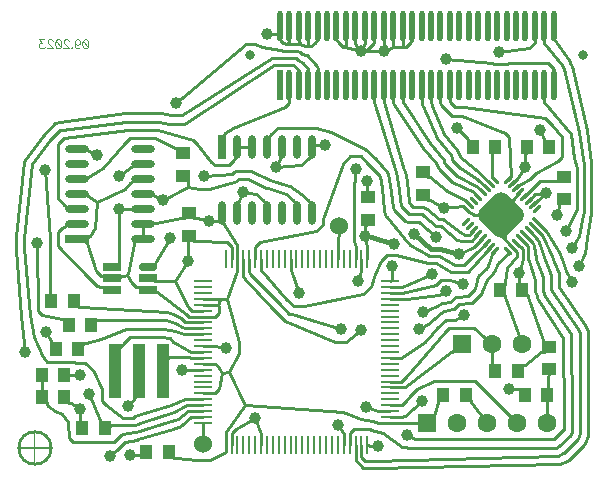
<source format=gbl>
G04 Rezonit PCAD EXPORT*
G04 layer position = 1*
G04 layer base position = 1*
G04 layer type = 3*
G04 layer flash color = 0*
G04 layer line color = 1*
G04*
G04  File:            M_RPL_9092_R1.GBL, Thu Sep 14 14:30:09 2023*
G04  Source:          P-CAD 2006 PCB, Version 19.02.958, (S:\Ïðîåêòû\GIT\R_DX_DXE_âçðûâîçàùèùåííûé_ïóëüò\Pcb\Pcad\M_Rpl_9092_r1.pcb)*
G04  Format:          Gerber Format (RS-274-D), ASCII*
G04*
G04  Format Options:  Absolute Positioning*
G04                   Leading-Zero Suppression*
G04                   Scale Factor 1:1*
G04                   NO Circular Interpolation*
G04                   Millimeter Units*
G04                   Numeric Format: 4.4 (XXXX.XXXX)*
G04                   G54 NOT Used for Aperture Change*
G04                   Apertures Embedded*
G04*
G04  File Options:    Offset = (0.000mm,0.000mm)*
G04                   Drill Symbol Size = 0.000mm*
G04                   No Pad/Via Holes*
G04*
G04  File Contents:   Pads*
G04                   Vias*
G04                   No Designators*
G04                   No Types*
G04                   No Values*
G04                   No Drill Symbols*
G04                   Bottom*
G04*
%INM_RPL_9092_R1.GBL*%
%ICAS*%
%MOMM*%
G04*
G04  Aperture MACROs for general use --- invoked via D-code assignment *
G04*
G04  General MACRO for flashed round with rotation and/or offset hole *
%AMROTOFFROUND*
1,1,$1,0.0000,0.0000*
1,0,$2,$3,$4*%
G04*
G04  General MACRO for flashed oval (obround) with rotation and/or offset hole *
%AMROTOFFOVAL*
21,1,$1,$2,0.0000,0.0000,$3*
1,1,$4,$5,$6*
1,1,$4,0-$5,0-$6*
1,0,$7,$8,$9*%
G04*
G04  General MACRO for flashed oval (obround) with rotation and no hole *
%AMROTOVALNOHOLE*
21,1,$1,$2,0.0000,0.0000,$3*
1,1,$4,$5,$6*
1,1,$4,0-$5,0-$6*%
G04*
G04  General MACRO for flashed rectangle with rotation and/or offset hole *
%AMROTOFFRECT*
21,1,$1,$2,0.0000,0.0000,$3*
1,0,$4,$5,$6*%
G04*
G04  General MACRO for flashed rectangle with rotation and no hole *
%AMROTRECTNOHOLE*
21,1,$1,$2,0.0000,0.0000,$3*%
G04*
G04  General MACRO for flashed rounded-rectangle *
%AMROUNDRECT*
21,1,$1,$2-$4,0.0000,0.0000,$3*
21,1,$1-$4,$2,0.0000,0.0000,$3*
1,1,$4,$5,$6*
1,1,$4,$7,$8*
1,1,$4,0-$5,0-$6*
1,1,$4,0-$7,0-$8*
1,0,$9,$10,$11*%
G04*
G04  General MACRO for flashed rounded-rectangle with rotation and no hole *
%AMROUNDRECTNOHOLE*
21,1,$1,$2-$4,0.0000,0.0000,$3*
21,1,$1-$4,$2,0.0000,0.0000,$3*
1,1,$4,$5,$6*
1,1,$4,$7,$8*
1,1,$4,0-$5,0-$6*
1,1,$4,0-$7,0-$8*%
G04*
G04  General MACRO for flashed regular polygon *
%AMREGPOLY*
5,1,$1,0.0000,0.0000,$2,$3+$4*
1,0,$5,$6,$7*%
G04*
G04  General MACRO for flashed regular polygon with no hole *
%AMREGPOLYNOHOLE*
5,1,$1,0.0000,0.0000,$2,$3+$4*%
G04*
G04  General MACRO for target *
%AMTARGET*
6,0,0,$1,$2,$3,4,$4,$5,$6*%
G04*
G04  General MACRO for mounting hole *
%AMMTHOLE*
1,1,$1,0,0*
1,0,$2,0,0*
$1=$1-$2*
$1=$1/2*
21,1,$2+$1,$3,0,0,$4*
21,1,$3,$2+$1,0,0,$4*%
G04*
G04*
G04  D10 : "Ellipse X0.001mm Y0.001mm H0.000mm 0.0deg (0.000mm,0.000mm) Draw"*
G04  Disc: OuterDia=0.0010*
%ADD10C, 0.0010*%
G04  D11 : "Ellipse X0.254mm Y0.254mm H0.000mm 0.0deg (0.000mm,0.000mm) Draw"*
G04  Disc: OuterDia=0.2540*
%ADD11C, 0.2540*%
G04  D12 : "Ellipse X0.381mm Y0.381mm H0.000mm 0.0deg (0.000mm,0.000mm) Draw"*
G04  Disc: OuterDia=0.3810*
%ADD12C, 0.3810*%
G04  D13 : "Ellipse X0.400mm Y0.400mm H0.000mm 0.0deg (0.000mm,0.000mm) Draw"*
G04  Disc: OuterDia=0.4000*
%ADD13C, 0.4000*%
G04  D14 : "Ellipse X0.100mm Y0.100mm H0.000mm 0.0deg (0.000mm,0.000mm) Draw"*
G04  Disc: OuterDia=0.1000*
%ADD14C, 0.1000*%
G04  D15 : "Ellipse X1.000mm Y1.000mm H0.000mm 0.0deg (0.000mm,0.000mm) Draw"*
G04  Disc: OuterDia=1.0000*
%ADD15C, 1.0000*%
G04  D16 : "Ellipse X0.127mm Y0.127mm H0.000mm 0.0deg (0.000mm,0.000mm) Draw"*
G04  Disc: OuterDia=0.1270*
%ADD16C, 0.1270*%
G04  D17 : "Ellipse X0.150mm Y0.150mm H0.000mm 0.0deg (0.000mm,0.000mm) Draw"*
G04  Disc: OuterDia=0.1500*
%ADD17C, 0.1500*%
G04  D18 : "Ellipse X0.154mm Y0.154mm H0.000mm 0.0deg (0.000mm,0.000mm) Draw"*
G04  Disc: OuterDia=0.1540*
%ADD18C, 0.1540*%
G04  D19 : "Ellipse X0.200mm Y0.200mm H0.000mm 0.0deg (0.000mm,0.000mm) Draw"*
G04  Disc: OuterDia=0.2000*
%ADD19C, 0.2000*%
G04  D20 : "Ellipse X0.250mm Y0.250mm H0.000mm 0.0deg (0.000mm,0.000mm) Draw"*
G04  Disc: OuterDia=0.2500*
%ADD20C, 0.2500*%
G04  D21 : "Ellipse X3.152mm Y3.152mm H0.000mm 0.0deg (0.000mm,0.000mm) Flash"*
G04  Disc: OuterDia=3.1520*
%ADD21C, 3.1520*%
G04  D22 : "Ellipse X0.952mm Y0.952mm H0.000mm 0.0deg (0.000mm,0.000mm) Flash"*
G04  Disc: OuterDia=0.9520*
%ADD22C, 0.9520*%
G04  D23 : "Ellipse X1.524mm Y1.524mm H0.000mm 0.0deg (0.000mm,0.000mm) Flash"*
G04  Disc: OuterDia=1.5240*
%ADD23C, 1.5240*%
G04  D24 : "Ellipse X1.600mm Y1.600mm H0.000mm 0.0deg (0.000mm,0.000mm) Flash"*
G04  Disc: OuterDia=1.6000*
%ADD24C, 1.6000*%
G04  D25 : "Ellipse X1.676mm Y1.676mm H0.000mm 0.0deg (0.000mm,0.000mm) Flash"*
G04  Disc: OuterDia=1.6760*
%ADD25C, 1.6760*%
G04  D26 : "Ellipse X1.752mm Y1.752mm H0.000mm 0.0deg (0.000mm,0.000mm) Flash"*
G04  Disc: OuterDia=1.7520*
%ADD26C, 1.7520*%
G04  D27 : "Mounting Hole X3.000mm Y3.000mm H0.000mm 0.0deg (0.000mm,0.000mm) Flash"*
G04  Mounting Hole: Diameter=3.0000, Rotation=0.0, LineWidth=0.1270 *
%ADD27MTHOLE, 3.0000 X2.4920 X0.1270 X0.0*%
G04  D28 : "Mounting Hole X0.800mm Y0.800mm H0.000mm 0.0deg (0.000mm,0.000mm) Flash"*
G04  Mounting Hole: Diameter=0.8000, Rotation=0.0, LineWidth=0.1270 *
%ADD28MTHOLE, 0.8000 X0.2920 X0.1270 X0.0*%
G04  D29 : "Oval X0.500mm Y2.600mm H0.000mm 0.0deg (0.000mm,0.000mm) Flash"*
G04  Obround: DimX=0.5000, DimY=2.6000, Rotation=0.0, OffsetX=0.0000, OffsetY=0.0000, HoleDia=0.0000 *
%ADD29O, 0.5000 X2.6000*%
G04  D30 : "Oval X0.652mm Y2.752mm H0.000mm 0.0deg (0.000mm,0.000mm) Flash"*
G04  Obround: DimX=0.6520, DimY=2.7520, Rotation=0.0, OffsetX=0.0000, OffsetY=0.0000, HoleDia=0.0000 *
%ADD30O, 0.6520 X2.7520*%
G04  D31 : "Oval X0.280mm Y1.000mm H0.000mm 135.0deg (0.000mm,0.000mm) Flash"*
G04  Obround: DimX=0.2800, DimY=1.0000, Rotation=135.0, OffsetX=0.0000, OffsetY=0.0000, HoleDia=0.0000 *
%ADD31ROTOVALNOHOLE, 0.2800 X0.7200 X135.0 X0.2800 X0.2546 X0.2546*%
G04  D32 : "Oval X0.280mm Y1.000mm H0.000mm 225.0deg (0.000mm,0.000mm) Flash"*
G04  Obround: DimX=0.2800, DimY=1.0000, Rotation=225.0, OffsetX=0.0000, OffsetY=0.0000, HoleDia=0.0000 *
%ADD32ROTOVALNOHOLE, 0.2800 X0.7200 X225.0 X0.2800 X-0.2546 X0.2546*%
G04  D33 : "Oval X0.432mm Y1.152mm H0.000mm 135.0deg (0.000mm,0.000mm) Flash"*
G04  Obround: DimX=0.4320, DimY=1.1520, Rotation=135.0, OffsetX=0.0000, OffsetY=0.0000, HoleDia=0.0000 *
%ADD33ROTOVALNOHOLE, 0.4320 X0.7200 X135.0 X0.4320 X0.2546 X0.2546*%
G04  D34 : "Oval X0.432mm Y1.152mm H0.000mm 225.0deg (0.000mm,0.000mm) Flash"*
G04  Obround: DimX=0.4320, DimY=1.1520, Rotation=225.0, OffsetX=0.0000, OffsetY=0.0000, HoleDia=0.0000 *
%ADD34ROTOVALNOHOLE, 0.4320 X0.7200 X225.0 X0.4320 X-0.2546 X0.2546*%
G04  D35 : "Oval X2.032mm Y0.660mm H0.000mm 0.0deg (0.000mm,0.000mm) Flash"*
G04  Obround: DimX=2.0320, DimY=0.6604, Rotation=0.0, OffsetX=0.0000, OffsetY=0.0000, HoleDia=0.0000 *
%ADD35O, 2.0320 X0.6604*%
G04  D36 : "Oval X0.660mm Y2.032mm H0.000mm 0.0deg (0.000mm,0.000mm) Flash"*
G04  Obround: DimX=0.6604, DimY=2.0320, Rotation=0.0, OffsetX=0.0000, OffsetY=0.0000, HoleDia=0.0000 *
%ADD36O, 0.6604 X2.0320*%
G04  D37 : "Oval X2.184mm Y0.812mm H0.000mm 0.0deg (0.000mm,0.000mm) Flash"*
G04  Obround: DimX=2.1840, DimY=0.8124, Rotation=0.0, OffsetX=0.0000, OffsetY=0.0000, HoleDia=0.0000 *
%ADD37O, 2.1840 X0.8124*%
G04  D38 : "Oval X0.812mm Y2.184mm H0.000mm 0.0deg (0.000mm,0.000mm) Flash"*
G04  Obround: DimX=0.8124, DimY=2.1840, Rotation=0.0, OffsetX=0.0000, OffsetY=0.0000, HoleDia=0.0000 *
%ADD38O, 0.8124 X2.1840*%
G04  D39 : "Rounded Rectangle X3.200mm Y3.200mm H0.000mm 225.0deg (0.000mm,0.000mm) Flash"*
G04  RoundRct: DimX=3.2000, DimY=3.2000, CornerRad=0.8000, Rotation=225.0, OffsetX=0.0000, OffsetY=0.0000, HoleDia=0.0000 *
%ADD39ROUNDRECTNOHOLE, 3.2000 X3.2000 X225.0 X1.6000 X0.0000 X1.1314 X1.1314 X-0.0000*%
G04  D40 : "Rounded Rectangle X3.352mm Y3.352mm H0.000mm 225.0deg (0.000mm,0.000mm) Flash"*
G04  RoundRct: DimX=3.3520, DimY=3.3520, CornerRad=0.8380, Rotation=225.0, OffsetX=0.0000, OffsetY=0.0000, HoleDia=0.0000 *
%ADD40ROUNDRECTNOHOLE, 3.3520 X3.3520 X225.0 X1.6760 X0.0000 X1.1851 X1.1851 X-0.0000*%
G04  D41 : "Rounded Rectangle X1.500mm Y0.660mm H0.000mm 0.0deg (0.000mm,0.000mm) Flash"*
G04  RoundRct: DimX=1.5000, DimY=0.6604, CornerRad=0.1651, Rotation=0.0, OffsetX=0.0000, OffsetY=0.0000, HoleDia=0.0000 *
%ADD41ROUNDRECTNOHOLE, 1.5000 X0.6604 X0.0 X0.3302 X-0.5849 X-0.1651 X-0.5849 X0.1651*%
G04  D42 : "Rounded Rectangle X1.652mm Y0.812mm H0.000mm 0.0deg (0.000mm,0.000mm) Flash"*
G04  RoundRct: DimX=1.6520, DimY=0.8124, CornerRad=0.2031, Rotation=0.0, OffsetX=0.0000, OffsetY=0.0000, HoleDia=0.0000 *
%ADD42ROUNDRECTNOHOLE, 1.6520 X0.8124 X0.0 X0.4062 X-0.6229 X-0.2031 X-0.6229 X0.2031*%
G04  D43 : "Rectangle X0.500mm Y2.600mm H0.000mm 0.0deg (0.000mm,0.000mm) Flash"*
G04  Rectangular: DimX=0.5000, DimY=2.6000, Rotation=0.0, OffsetX=0.0000, OffsetY=0.0000, HoleDia=0.0000 *
%ADD43R, 0.5000 X2.6000*%
G04  D44 : "Rectangle X0.652mm Y2.752mm H0.000mm 0.0deg (0.000mm,0.000mm) Flash"*
G04  Rectangular: DimX=0.6520, DimY=2.7520, Rotation=0.0, OffsetX=0.0000, OffsetY=0.0000, HoleDia=0.0000 *
%ADD44R, 0.6520 X2.7520*%
G04  D45 : "Rectangle X0.280mm Y1.000mm H0.000mm 225.0deg (0.000mm,0.000mm) Flash"*
G04  Rectangular: DimX=0.2800, DimY=1.0000, Rotation=225.0, OffsetX=0.0000, OffsetY=0.0000, HoleDia=0.0000 *
%ADD45ROTRECTNOHOLE, 0.2800 X1.0000 X225.0*%
G04  D46 : "Rectangle X2.150mm Y3.500mm H0.000mm 0.0deg (0.000mm,0.000mm) Flash"*
G04  Rectangular: DimX=2.1500, DimY=3.5000, Rotation=0.0, OffsetX=0.0000, OffsetY=0.0000, HoleDia=0.0000 *
%ADD46R, 2.1500 X3.5000*%
G04  D47 : "Rectangle X2.302mm Y3.652mm H0.000mm 0.0deg (0.000mm,0.000mm) Flash"*
G04  Rectangular: DimX=2.3020, DimY=3.6520, Rotation=0.0, OffsetX=0.0000, OffsetY=0.0000, HoleDia=0.0000 *
%ADD47R, 2.3020 X3.6520*%
G04  D48 : "Rectangle X0.402mm Y1.752mm H0.000mm 0.0deg (0.000mm,0.000mm) Flash"*
G04  Rectangular: DimX=0.4020, DimY=1.7520, Rotation=0.0, OffsetX=0.0000, OffsetY=0.0000, HoleDia=0.0000 *
%ADD48R, 0.4020 X1.7520*%
G04  D49 : "Rectangle X1.752mm Y0.402mm H0.000mm 0.0deg (0.000mm,0.000mm) Flash"*
G04  Rectangular: DimX=1.7520, DimY=0.4020, Rotation=0.0, OffsetX=0.0000, OffsetY=0.0000, HoleDia=0.0000 *
%ADD49R, 1.7520 X0.4020*%
G04  D50 : "Rectangle X0.432mm Y1.152mm H0.000mm 225.0deg (0.000mm,0.000mm) Flash"*
G04  Rectangular: DimX=0.4320, DimY=1.1520, Rotation=225.0, OffsetX=0.0000, OffsetY=0.0000, HoleDia=0.0000 *
%ADD50ROTRECTNOHOLE, 0.4320 X1.1520 X225.0*%
G04  D51 : "Rectangle X1.100mm Y4.600mm H0.000mm 0.0deg (0.000mm,0.000mm) Flash"*
G04  Rectangular: DimX=1.1000, DimY=4.6000, Rotation=0.0, OffsetX=0.0000, OffsetY=0.0000, HoleDia=0.0000 *
%ADD51R, 1.1000 X4.6000*%
G04  D52 : "Rectangle X1.252mm Y4.752mm H0.000mm 0.0deg (0.000mm,0.000mm) Flash"*
G04  Rectangular: DimX=1.2520, DimY=4.7520, Rotation=0.0, OffsetX=0.0000, OffsetY=0.0000, HoleDia=0.0000 *
%ADD52R, 1.2520 X4.7520*%
G04  D53 : "Rectangle X1.100mm Y1.200mm H0.000mm 0.0deg (0.000mm,0.000mm) Flash"*
G04  Rectangular: DimX=1.1000, DimY=1.2000, Rotation=0.0, OffsetX=0.0000, OffsetY=0.0000, HoleDia=0.0000 *
%ADD53R, 1.1000 X1.2000*%
G04  D54 : "Rectangle X1.200mm Y1.100mm H0.000mm 0.0deg (0.000mm,0.000mm) Flash"*
G04  Rectangular: DimX=1.2000, DimY=1.1000, Rotation=0.0, OffsetX=0.0000, OffsetY=0.0000, HoleDia=0.0000 *
%ADD54R, 1.2000 X1.1000*%
G04  D55 : "Rectangle X2.150mm Y1.100mm H0.000mm 0.0deg (0.000mm,0.000mm) Flash"*
G04  Rectangular: DimX=2.1500, DimY=1.1000, Rotation=0.0, OffsetX=0.0000, OffsetY=0.0000, HoleDia=0.0000 *
%ADD55R, 2.1500 X1.1000*%
G04  D56 : "Rectangle X2.150mm Y1.100mm H0.000mm 0.0deg (0.000mm,0.000mm) Flash"*
G04  Rectangular: DimX=2.1500, DimY=1.1000, Rotation=0.0, OffsetX=0.0000, OffsetY=0.0000, HoleDia=0.0000 *
%ADD56R, 2.1500 X1.1000*%
G04  D57 : "Rectangle X1.200mm Y1.200mm H0.000mm 0.0deg (0.000mm,0.000mm) Flash"*
G04  Square: Side=1.2000, Rotation=0.0, OffsetX=0.0000, OffsetY=0.0000, HoleDia=0.0000*
%ADD57R, 1.2000 X1.2000*%
G04  D58 : "Rectangle X1.252mm Y1.352mm H0.000mm 0.0deg (0.000mm,0.000mm) Flash"*
G04  Rectangular: DimX=1.2520, DimY=1.3520, Rotation=0.0, OffsetX=0.0000, OffsetY=0.0000, HoleDia=0.0000 *
%ADD58R, 1.2520 X1.3520*%
G04  D59 : "Rectangle X1.352mm Y1.252mm H0.000mm 0.0deg (0.000mm,0.000mm) Flash"*
G04  Rectangular: DimX=1.3520, DimY=1.2520, Rotation=0.0, OffsetX=0.0000, OffsetY=0.0000, HoleDia=0.0000 *
%ADD59R, 1.3520 X1.2520*%
G04  D60 : "Rectangle X2.302mm Y1.252mm H0.000mm 0.0deg (0.000mm,0.000mm) Flash"*
G04  Rectangular: DimX=2.3020, DimY=1.2520, Rotation=0.0, OffsetX=0.0000, OffsetY=0.0000, HoleDia=0.0000 *
%ADD60R, 2.3020 X1.2520*%
G04  D61 : "Rectangle X2.302mm Y1.252mm H0.000mm 0.0deg (0.000mm,0.000mm) Flash"*
G04  Rectangular: DimX=2.3020, DimY=1.2520, Rotation=0.0, OffsetX=0.0000, OffsetY=0.0000, HoleDia=0.0000 *
%ADD61R, 2.3020 X1.2520*%
G04  D62 : "Rectangle X1.352mm Y1.352mm H0.000mm 0.0deg (0.000mm,0.000mm) Flash"*
G04  Square: Side=1.3520, Rotation=0.0, OffsetX=0.0000, OffsetY=0.0000, HoleDia=0.0000*
%ADD62R, 1.3520 X1.3520*%
G04  D63 : "Rectangle X1.500mm Y0.660mm H0.000mm 0.0deg (0.000mm,0.000mm) Flash"*
G04  Rectangular: DimX=1.5000, DimY=0.6604, Rotation=0.0, OffsetX=0.0000, OffsetY=0.0000, HoleDia=0.0000 *
%ADD63R, 1.5000 X0.6604*%
G04  D64 : "Rectangle X1.600mm Y1.600mm H0.000mm 0.0deg (0.000mm,0.000mm) Flash"*
G04  Square: Side=1.6000, Rotation=0.0, OffsetX=0.0000, OffsetY=0.0000, HoleDia=0.0000*
%ADD64R, 1.6000 X1.6000*%
G04  D65 : "Rectangle X1.652mm Y0.812mm H0.000mm 0.0deg (0.000mm,0.000mm) Flash"*
G04  Rectangular: DimX=1.6520, DimY=0.8124, Rotation=0.0, OffsetX=0.0000, OffsetY=0.0000, HoleDia=0.0000 *
%ADD65R, 1.6520 X0.8124*%
G04  D66 : "Rectangle X1.752mm Y1.752mm H0.000mm 0.0deg (0.000mm,0.000mm) Flash"*
G04  Square: Side=1.7520, Rotation=0.0, OffsetX=0.0000, OffsetY=0.0000, HoleDia=0.0000*
%ADD66R, 1.7520 X1.7520*%
G04  D67 : "Rectangle X2.032mm Y0.660mm H0.000mm 0.0deg (0.000mm,0.000mm) Flash"*
G04  Rectangular: DimX=2.0320, DimY=0.6604, Rotation=0.0, OffsetX=0.0000, OffsetY=0.0000, HoleDia=0.0000 *
%ADD67R, 2.0320 X0.6604*%
G04  D68 : "Rectangle X0.660mm Y2.032mm H0.000mm 0.0deg (0.000mm,0.000mm) Flash"*
G04  Rectangular: DimX=0.6604, DimY=2.0320, Rotation=0.0, OffsetX=0.0000, OffsetY=0.0000, HoleDia=0.0000 *
%ADD68R, 0.6604 X2.0320*%
G04  D69 : "Rectangle X2.184mm Y0.812mm H0.000mm 0.0deg (0.000mm,0.000mm) Flash"*
G04  Rectangular: DimX=2.1840, DimY=0.8124, Rotation=0.0, OffsetX=0.0000, OffsetY=0.0000, HoleDia=0.0000 *
%ADD69R, 2.1840 X0.8124*%
G04  D70 : "Rectangle X0.812mm Y2.184mm H0.000mm 0.0deg (0.000mm,0.000mm) Flash"*
G04  Rectangular: DimX=0.8124, DimY=2.1840, Rotation=0.0, OffsetX=0.0000, OffsetY=0.0000, HoleDia=0.0000 *
%ADD70R, 0.8124 X2.1840*%
G04  D71 : "Rectangle X1.600mm Y2.200mm H0.000mm 0.0deg (0.000mm,0.000mm) Flash"*
G04  Rectangular: DimX=1.6000, DimY=2.2000, Rotation=0.0, OffsetX=0.0000, OffsetY=0.0000, HoleDia=0.0000 *
%ADD71R, 1.6000 X2.2000*%
G04  D72 : "Rectangle X0.250mm Y1.600mm H0.000mm 0.0deg (0.000mm,0.000mm) Flash"*
G04  Rectangular: DimX=0.2500, DimY=1.6000, Rotation=0.0, OffsetX=0.0000, OffsetY=0.0000, HoleDia=0.0000 *
%ADD72R, 0.2500 X1.6000*%
G04  D73 : "Rectangle X1.600mm Y0.250mm H0.000mm 0.0deg (0.000mm,0.000mm) Flash"*
G04  Rectangular: DimX=1.6000, DimY=0.2500, Rotation=0.0, OffsetX=0.0000, OffsetY=0.0000, HoleDia=0.0000 *
%ADD73R, 1.6000 X0.2500*%
G04  D74 : "Rectangle X1.800mm Y2.400mm H0.000mm 0.0deg (0.000mm,0.000mm) Flash"*
G04  Rectangular: DimX=1.8000, DimY=2.4000, Rotation=0.0, OffsetX=0.0000, OffsetY=0.0000, HoleDia=0.0000 *
%ADD74R, 1.8000 X2.4000*%
G04  D75 : "Ellipse X1.000mm Y1.000mm H0.000mm 0.0deg (0.000mm,0.000mm) Flash"*
G04  Disc: OuterDia=1.0000*
%ADD75C, 1.0000*%
G04  D76 : "Ellipse X1.152mm Y1.152mm H0.000mm 0.0deg (0.000mm,0.000mm) Flash"*
G04  Disc: OuterDia=1.1520*
%ADD76C, 1.1520*%
G04*
%FSLAX44Y44*%
%SFA1B1*%
%OFA0.000B0.000*%
G04*
G71*
G90*
G01*
D2*
%LNBottom*%
D20*
X6691583Y10187115*
X6684543Y10192250D1*
X6684025*
X6682775*
X6678525Y10197000*
X6693794Y10171044D2*
X6691583Y10175794D1*
Y10177044*
Y10187115*
X6682000Y10176000D2*
X6677000Y10183000D1*
X6670643Y10185250*
X6664507Y10189750*
X6663775Y10190482*
Y10191000*
X6685912Y10159294D2*
X6682544Y10162662D1*
X6682000Y10176000*
X6663775Y10191000D2*
Y10192750D1*
X6659525Y10197000*
Y10203000D2*
Y10197000D1*
X6667225Y10244000D2*
Y10244518D1*
X6663467Y10252387*
X6642225Y10265316D2*
X6645000Y10235000D1*
X6649225Y10266719D2*
X6652717Y10247934D1*
X6660225Y10230868*
X6660975Y10229929*
X6663904Y10227000*
X6686096*
X6689705Y10226250*
X6696478*
X6702775Y10219953*
X6696493Y10242750D2*
X6695975D1*
X6676975Y10262750D2*
X6676457D1*
X6659593Y10266250*
X6656225Y10269618*
X6692025Y10215500D2*
X6684025D1*
X6692493Y10273250D2*
X6691975D1*
X6667225Y10244000D2*
Y10242250D1*
X6671475Y10238000*
X6695975Y10242750D2*
X6695225D1*
X6690475Y10238000*
X6676975Y10262750D2*
X6677725D1*
X6682475Y10258000*
X6666090Y10284000D2*
X6667475Y10282615D1*
Y10278000*
X6684025Y10215500D2*
X6683525Y10216000D1*
X6678525*
X6691975Y10273250D2*
X6691225D1*
X6686475Y10278000*
X6637590Y10333787D2*
Y10321213D1*
X6644590Y10331953D2*
Y10323047D1*
X6699160Y10333052D2*
X6699678D1*
X6700410Y10333784*
X6697910Y10327180D2*
Y10327698D1*
X6678393Y10360048D2*
X6682142Y10356400D1*
Y10343700D2*
X6676458Y10340052D1*
X6673090Y10336684*
Y10325316D2*
X6698750Y10298417D1*
X6673090Y10325316D2*
Y10336684D1*
X6682142Y10343700D2*
X6689000D1*
X6682142Y10356400D2*
X6689000D1*
X6699160Y10333052D2*
X6697108Y10331000D1*
X6689000*
X6697910Y10327698D2*
X6694608Y10331000D1*
X6689000*
Y10407200D2*
X6695858D1*
X6674801Y10430252D2*
X6671003Y10428679D1*
X6660663Y10418339*
X6645356Y10397691*
X6644590Y10395843*
X6676193Y10423252D2*
X6674969Y10422745D1*
X6666597Y10414373*
X6651590Y10394009*
X6678393Y10416252D2*
X6673090Y10410949D1*
Y10365351D2*
Y10410949D1*
X6695858Y10381800D2*
X6689000D1*
X6695858Y10369100D2*
X6689000D1*
D2*
D14*
X6696759Y10499904*
X6697839Y10499544D1*
X6698559Y10498464*
X6698919Y10496663*
Y10495583*
X6698559Y10493782*
X6697839Y10492702*
X6696759Y10492342*
X6696038*
X6694958Y10492702*
X6694238Y10493782*
X6693878Y10495583*
Y10496663*
X6694238Y10498464*
X6694958Y10499544*
X6696038Y10499904*
X6696759*
X6694238Y10498464D2*
X6698559Y10493782D1*
X6687396Y10497383D2*
X6687756Y10496303D1*
X6688476Y10495583*
X6689556Y10495223*
X6689916*
X6690997Y10495583*
X6691717Y10496303*
X6692077Y10497383*
Y10497744*
X6691717Y10498824*
X6690997Y10499544*
X6689916Y10499904*
X6689556*
X6688476Y10499544*
X6687756Y10498824*
X6687396Y10497383*
Y10495583*
X6687756Y10493782*
X6688476Y10492702*
X6689556Y10492342*
X6690276*
X6691357Y10492702*
X6691717Y10493422*
X6684875Y10493062D2*
X6685235Y10492702D1*
X6684875Y10492342*
X6684515Y10492702*
X6684875Y10493062*
X6682354Y10498104D2*
Y10498464D1*
X6681994Y10499184*
X6681634Y10499544*
X6680913Y10499904*
X6679473*
X6678753Y10499544*
X6678393Y10499184*
X6678032Y10498464*
Y10497744*
X6678393Y10497023*
X6679113Y10495943*
X6682714Y10492342*
X6677672*
X6673711Y10499904D2*
X6674791Y10499544D1*
X6675512Y10498464*
X6675872Y10496663*
Y10495583*
X6675512Y10493782*
X6674791Y10492702*
X6673711Y10492342*
X6672991*
X6671910Y10492702*
X6671190Y10493782*
X6670830Y10495583*
Y10496663*
X6671190Y10498464*
X6671910Y10499544*
X6672991Y10499904*
X6673711*
X6671190Y10498464D2*
X6675512Y10493782D1*
X6668669Y10498104D2*
Y10498464D1*
X6668309Y10499184*
X6667949Y10499544*
X6667229Y10499904*
X6665788*
X6665068Y10499544*
X6664708Y10499184*
X6664348Y10498464*
Y10497744*
X6664708Y10497023*
X6665428Y10495943*
X6669029Y10492342*
X6663988*
X6661467Y10499904D2*
X6657506D1*
X6659666Y10497023*
X6658586*
X6657866Y10496663*
X6657506Y10496303*
X6657146Y10495223*
Y10494503*
X6657506Y10493422*
X6658226Y10492702*
X6659306Y10492342*
X6660387*
X6661467Y10492702*
X6661827Y10493062*
X6662187Y10493782*
D2*
D20*
X6737608Y10197522*
Y10196272D1*
Y10195754*
X6732240Y10189063*
X6734415Y10147900D2*
X6742415D1*
X6743665*
X6747915Y10150280*
X6717000Y10147000D2*
X6723575Y10152295D1*
X6729962Y10158650*
X6740382Y10161087*
X6740874Y10161211*
X6770288Y10169587*
X6775119Y10171590*
X6775347Y10171727*
X6778112Y10173498*
X6710608Y10204021D2*
Y10193890D1*
X6713976Y10190522*
X6728178Y10179256*
X6736302*
X6738551Y10180825*
X6738779Y10180962*
X6743610Y10182965*
X6768490Y10190522*
X6772933Y10145530D2*
X6772415D1*
X6774579Y10178785D2*
X6772513Y10177929D1*
X6768724Y10176522*
X6739356Y10167143*
X6737915*
X6728129Y10165649*
X6726280Y10164883*
X6720676Y10159294*
X6718294Y10173200D2*
X6738151D1*
X6745174Y10176030*
X6771122Y10184166*
X6708544Y10177562D2*
Y10177044D1*
X6737608Y10196272D2*
X6741858Y10200522D1*
X6772415Y10145530D2*
X6771665D1*
X6766915Y10150280*
X6708544Y10177044D2*
Y10175294D1*
X6712794Y10171044*
X6718294Y10173200D2*
X6716138Y10171044D1*
X6712794*
X6727358Y10241022D2*
X6727876D1*
X6728608Y10241754*
X6730608Y10244654*
X6733976Y10248022*
X6759990D2*
X6767756Y10246819D1*
X6770602Y10243994*
X6771977Y10243170*
X6780185Y10250174D2*
X6780022Y10250215D1*
X6772327Y10253019*
X6762889Y10255022*
X6731077D2*
X6709357Y10246250D1*
X6777995Y10256473D2*
X6773925Y10258780D1*
X6772283Y10259460*
X6772064Y10259543*
X6764292Y10262022*
X6706975*
X6777234Y10264084D2*
X6770687Y10266954D1*
X6765856Y10268957*
X6765598Y10269022*
X6759990Y10248022D2*
X6733976D1*
X6731077Y10255022D2*
X6762889D1*
X6727358Y10241022D2*
X6721858Y10235522D1*
Y10219272*
X6767358Y10230785D2*
X6761858Y10225285D1*
Y10219272*
X6772323Y10294905D2*
X6758735Y10295448D1*
X6756500*
X6755250*
X6749000Y10297500*
X6725250Y10310302D2*
Y10310820D1*
X6744880Y10331000D2*
Y10343700D1*
X6751738D2*
X6777482Y10348225D1*
X6778000*
X6741500Y10290052D2*
X6739265D1*
X6736104Y10293213*
X6731215Y10300079*
X6728745Y10299527*
X6726528*
X6731215Y10300079D2*
X6732250Y10301316D1*
X6738022Y10331000*
X6711528Y10299527D2*
X6709255D1*
X6709303Y10290052D2*
X6711500D1*
X6767764Y10331767D2*
X6754849Y10308651D1*
X6756500Y10295448D2*
X6754448Y10297500D1*
X6749000*
X6725250Y10310820D2*
X6725000Y10356000D1*
X6738022Y10356400*
X6754849Y10308651D2*
X6753198Y10307000D1*
X6749000*
X6725250Y10310302D2*
X6721948Y10307000D1*
X6719000*
X6738022Y10356400D2*
X6744880D1*
X6738022Y10331000D2*
X6744880D1*
X6726528Y10299527D2*
X6724476Y10297475D1*
X6719028*
X6711528Y10299527D2*
X6713580Y10297475D1*
X6719028*
X6751738Y10343700D2*
X6744880D1*
X6778000Y10348225D2*
X6779750D1*
X6777824Y10435577D2*
X6768918D1*
X6760136Y10437252*
X6779658Y10428577D2*
X6767084D1*
X6759079Y10430252*
X6729673Y10373579D2*
X6734273Y10378152D1*
X6738022Y10381800*
X6773000Y10407775D2*
X6772482D1*
X6755487Y10416252*
X6734273D2*
X6728970Y10410949D1*
X6717319Y10397459*
X6711022Y10391162*
X6725220Y10384329D2*
X6738022Y10394500D1*
X6729624Y10437252D2*
X6760136D1*
X6730681Y10430252D2*
X6759079D1*
X6732073Y10423252D2*
X6757687D1*
X6734273Y10416252D2*
X6755487D1*
X6751738Y10369100D2*
X6744880D1*
X6738022Y10394500D2*
X6744880D1*
X6738022Y10381800D2*
X6744880D1*
X6773000Y10407775D2*
X6774750D1*
X6779000Y10403525*
X6796000Y10157000D2*
Y10173924D1*
X6820113Y10156174D2*
Y10164174D1*
Y10165727*
X6820343Y10166556*
X6823711Y10169924*
X6839804Y10178913*
X6845113Y10165727*
Y10164174*
Y10156174*
X6786042Y10180174D2*
X6788113D1*
X6809863Y10204042D2*
X6806495Y10200674D1*
X6805666Y10200174*
X6804113*
X6813863Y10149424D2*
X6813345D1*
X6801654Y10143729*
X6801415Y10143630*
X6790585*
X6815113Y10164174D2*
Y10167798D1*
X6831375Y10190612*
X6844257Y10189663D2*
X6831375Y10190612D1*
X6788113Y10185174D2*
X6783453D1*
X6788113Y10190174D2*
X6796113D1*
X6788113Y10185174D2*
X6796113D1*
X6796000Y10173924D2*
X6796113Y10174037D1*
Y10175174*
X6788113Y10180174D2*
X6796113D1*
X6788113Y10195174D2*
X6796113D1*
X6804113Y10200174D2*
X6796113D1*
X6813863Y10149424D2*
X6815113Y10150674D1*
Y10156174*
Y10164174D2*
Y10156174D1*
X6783440Y10273238D2*
X6786177Y10270501D1*
X6786560Y10270174*
X6788113*
X6796113*
X6786560Y10220174D2*
X6788113D1*
X6796113*
X6788113Y10230174D2*
X6786560D1*
X6783066Y10230785*
X6785781Y10235571D2*
X6786085Y10235278D1*
X6786560Y10235174*
X6788113*
X6804113Y10240174D2*
X6806184D1*
X6815518Y10238971*
X6809046Y10274396D2*
X6809863Y10276542D1*
X6810517Y10280063*
X6812118Y10217614D2*
X6809863Y10221306D1*
X6809113Y10222245*
X6806184Y10225174*
X6804113*
X6810517Y10280063D2*
X6805149Y10280174D1*
X6804113*
X6812118Y10217614D2*
X6818121Y10218265D1*
X6809046Y10274396D2*
X6808620Y10274806D1*
X6806184Y10275174*
X6804113*
X6809046Y10274396D2*
X6809697Y10273737D1*
Y10269111*
X6809113Y10268103*
X6806184Y10265174*
X6804113*
X6818121Y10218265D2*
X6826268Y10234518D1*
Y10243424*
X6816486Y10279824*
X6783971Y10265174D2*
X6788113D1*
X6810517Y10280063D2*
X6816486Y10279824D1*
X6804113Y10240174D2*
X6796113D1*
X6788113Y10235174D2*
X6796113D1*
X6788113Y10230174D2*
X6796113D1*
X6788113Y10260174D2*
X6796113D1*
X6788113Y10255174D2*
X6796113D1*
X6788113Y10250174D2*
X6796113D1*
X6804113Y10225174D2*
X6796113D1*
X6804113Y10280174D2*
X6796113D1*
X6804113Y10275174D2*
X6796113D1*
X6804113Y10265174D2*
X6796113D1*
X6788113D2*
X6796113D1*
X6824700Y10353120D2*
Y10359978D1*
X6850100D2*
Y10353120D1*
X6820113Y10314174D2*
Y10322174D1*
Y10323727*
X6819613Y10324556*
X6816245Y10327924*
X6790518Y10329225*
X6790000*
X6788750*
X6784000Y10333475*
X6840113Y10322174D2*
Y10324245D1*
X6843042Y10327174*
X6843981Y10327924*
X6836113Y10300893D2*
X6835113Y10304103D1*
Y10306174*
X6845113Y10304621D2*
Y10306174D1*
X6830113D2*
Y10299689D1*
X6831031Y10297472*
X6790000Y10348225D2*
X6790518D1*
X6800698Y10346173*
X6812000Y10346262*
X6825113Y10304103D2*
Y10306174D1*
X6812000Y10346262D2*
X6825113Y10325798D1*
Y10322174*
X6830113Y10306174D2*
Y10314174D1*
X6835113Y10306174D2*
Y10314174D1*
X6845113Y10306174D2*
Y10314174D1*
X6840113Y10322174D2*
Y10314174D1*
X6812000Y10346262D2*
Y10353120D1*
X6825113Y10306174D2*
Y10314174D1*
Y10322174D2*
Y10314174D1*
X6790000Y10348225D2*
X6788250D1*
X6784000Y10352475*
X6830051Y10370702D2*
X6841149Y10369030D1*
X6814052Y10419160D2*
Y10419678D1*
X6814784Y10420410*
X6820951Y10424910*
X6783421Y10374775D2*
Y10379025D1*
X6851225Y10373682D2*
X6849377Y10374448D1*
X6834483Y10381401*
X6825619*
X6824484Y10380289*
X6821956Y10379242*
X6801453Y10373250*
X6792547*
X6783421Y10374775*
X6824700Y10409000D2*
X6837400D1*
X6824700Y10402142D2*
X6821001Y10396479D1*
X6817663Y10393141*
X6816434Y10393090*
X6806316D2*
X6802948Y10396458D1*
X6790750Y10411407*
X6787382Y10414775*
X6853748Y10419607D2*
X6850100Y10415858D1*
X6853059Y10380682D2*
X6838129Y10387601D1*
X6836317Y10388351*
X6823785*
X6821973Y10387601*
X6820541Y10386191*
X6797000Y10384000*
X6806316Y10393090D2*
X6816434D1*
X6824700Y10402142D2*
Y10409000D1*
X6850100Y10415858D2*
Y10409000D1*
X6814052Y10419160D2*
X6812000Y10417108D1*
Y10409000*
X6783421Y10379025D2*
Y10380104D1*
X6845915Y10493777D2*
X6840039Y10496150D1*
X6831961*
X6925113Y10148174D2*
Y10143514D1*
X6931703Y10136924*
X6923981Y10169924D2*
X6923042Y10169174D1*
X6920113Y10166245*
Y10164174*
X6915113D2*
Y10165727D1*
X6910006Y10173674*
X6929547Y10178250D2*
X6914459Y10184424D1*
X6930113Y10146103D2*
Y10148174D1*
Y10156174*
X6920113Y10164174D2*
Y10156174D1*
X6915113Y10164174D2*
Y10156174D1*
X6925113Y10148174D2*
Y10156174D1*
X6912433Y10254608D2*
X6870913Y10266997D1*
X6869065Y10267763*
X6860216Y10276612*
X6931631Y10284250D2*
X6881653Y10273997D1*
X6872747*
X6866450Y10280294*
X6865100Y10261828D2*
X6907980Y10243858D1*
X6916886*
X6929573Y10253555*
X6870113Y10304621D2*
Y10306174D1*
Y10314174*
X6891949Y10337210D2*
X6897252Y10342513D1*
X6897630Y10347415*
X6910113Y10322174D2*
Y10323727D1*
X6911000Y10342000*
X6930113Y10306174D2*
Y10304103D1*
X6927178Y10295000*
X6925113Y10322174D2*
Y10323897D1*
X6923472Y10329485*
Y10337647*
X6875500Y10359978D2*
Y10353120D1*
X6888200Y10359978D2*
Y10353120D1*
X6930113Y10306174D2*
Y10314174D1*
X6910113Y10322174D2*
Y10314174D1*
X6925113Y10322174D2*
Y10314174D1*
X6899502Y10410516D2*
X6888200D1*
Y10409000*
X6862800D2*
Y10402142D1*
X6879249Y10393090D2*
X6884552Y10398393D1*
X6888200Y10402142*
Y10409000*
X6914350Y10394620D2*
X6920647Y10400917D1*
X6929553*
X6923824Y10373950D2*
X6924276Y10384021D1*
X6925100Y10390167*
X6903955Y10421266D2*
X6891949Y10424910D1*
X6879249Y10369030D2*
X6869973Y10375523D1*
X6868749Y10376030*
X6929326Y10490000D2*
X6916255Y10493750D1*
X6925000Y10511000D2*
Y10500500D1*
Y10497186*
X6925750Y10494711*
X6926135Y10493781*
X6916255Y10493750D2*
X6917000Y10497186D1*
Y10500500*
Y10511000*
X6916255Y10493750D2*
X6914204D1*
X6910250Y10497704*
X6909245Y10498945*
X6909000Y10500500*
Y10511000*
X6885734Y10494382D2*
X6885064Y10497213D1*
X6885063Y10498852*
X6878377Y10496083D2*
X6877245Y10498945D1*
X6892755D2*
X6890555Y10496745D1*
X6887534Y10494382*
X6885734*
X6868163Y10496122D2*
X6868755Y10498945D1*
X6885734Y10494382D2*
X6882466D1*
X6878377Y10496083*
X6868163Y10496122D2*
X6870656D1*
X6875170Y10496083*
X6878377*
X6861248Y10498946D2*
X6863446Y10496748D1*
X6867187Y10496122*
X6868163*
X6865778Y10442500D2*
X6869000Y10445722D1*
Y10450500*
X6893000Y10471500D2*
Y10474814D1*
X6892250Y10477289*
X6891865Y10478219*
X6883719Y10486365*
X6882789Y10486750*
X6879698Y10487698*
X6879668Y10487710*
X6877702Y10489332*
X6875485Y10490250*
X6872754*
X6869494Y10490279*
X6864766*
X6860961Y10490749*
X6885000Y10471500D2*
Y10474814D1*
X6880314Y10479500*
X6876229Y10482564*
X6874398Y10484387*
X6874325Y10484417*
X6873544Y10484416*
X6871045*
X6867823Y10484436*
X6877000Y10471500D2*
X6876083Y10474434D1*
X6871934Y10478583*
X6869885*
X6865402Y10478593*
X6909000Y10511000D2*
X6908999D1*
X6917000D2*
X6916999D1*
X6925000D2*
X6924999D1*
X6917000Y10500500D2*
X6916999Y10500500D1*
Y10511000*
X6909245Y10498945D2*
X6908999Y10499190D1*
Y10511000*
X6925000Y10500500D2*
X6924999Y10500500D1*
Y10511000*
X6868755Y10498945D2*
X6868999Y10499189D1*
Y10511000*
X6892755Y10498945D2*
X6892999Y10499189D1*
Y10511000*
X6861248Y10498946D2*
X6860999Y10499194D1*
Y10511000*
X6861000Y10504527D2*
X6860999Y10504527D1*
Y10511000*
X6877245Y10498945D2*
X6876999Y10499190D1*
Y10511000*
X6885063Y10498852D2*
X6884999Y10498915D1*
Y10511000*
X6926135Y10493781D2*
X6929326Y10490590D1*
Y10490000*
X6932545Y10489745D2*
X6932290Y10490000D1*
X6929326*
X6893000Y10471500D2*
X6892999Y10471499D1*
Y10461000*
X6885000Y10471500D2*
X6884999Y10471499D1*
Y10461000*
X6877000Y10471500D2*
X6876999Y10471499D1*
Y10461000*
X6869000Y10450500D2*
X6868999Y10450500D1*
Y10461000*
X6954113Y10180174D2*
X6962113D1*
X6963666*
X6967394Y10181174*
X6981000Y10194000*
X6972719Y10154250D2*
X6964047Y10154537D1*
X6948738Y10166551*
X6941660Y10168174*
X6938580Y10169526*
X6937452Y10169821*
X6936245Y10169924*
X6975618Y10161250D2*
X6968500Y10165287D1*
X6976867Y10203979D2*
X6971021Y10198133D1*
X6967863Y10194042*
X6964495Y10190674*
X6963666Y10190174*
X6962113*
X6992750Y10183000D2*
Y10183518D1*
X6995275Y10192482*
Y10193000*
X6978000Y10175174D2*
X6962113D1*
X6946113D2*
X6944560D1*
X6940308Y10176717*
X6939144Y10176924*
X6944363Y10155990D2*
X6936363D1*
X6966773Y10205174D2*
X6962113D1*
X6944042Y10185174D2*
X6946113D1*
X6939707Y10142525D2*
X6938724Y10142474D1*
X6962113Y10190174D2*
X6954113D1*
X6936363Y10155990D2*
X6936179Y10156174D1*
X6962113Y10205174D2*
X6954113D1*
X6946113Y10185174D2*
X6954113D1*
X6962113Y10175174D2*
X6954113D1*
X6946113D2*
X6954113D1*
X6992750Y10183000D2*
X6986000Y10176250D1*
Y10175000*
X6978000Y10175174D2*
X6978174Y10175000D1*
X6986000*
X6995275Y10193000D2*
Y10194750D1*
X6999525Y10199000*
X6979185Y10254529D2*
X6986616Y10258656D1*
X6997689Y10268495*
X7000201Y10269536*
X7007333Y10271390*
X7008453Y10271854*
X6964702Y10285174D2*
X6962113D1*
X6997621Y10284612D2*
X6995773Y10283846D1*
X6967591Y10280238*
X6966773Y10280174*
X6962113*
X6982163Y10269406D2*
X6993884Y10274431D1*
X6998680Y10276420*
X6998889Y10276472*
X7005483Y10277398*
X7006847Y10235230D2*
X7006329D1*
X7004492Y10255665D2*
X7001162Y10252335D1*
X6996169Y10246394*
X6967863Y10214042*
X6962113Y10230174D2*
X6963666D1*
X6983638Y10243779*
X6989935Y10250076*
X6994226Y10255208*
X7001619Y10262601*
X7009081*
X6962113Y10230174D2*
X6954113D1*
X6962113Y10285174D2*
X6954113D1*
X6962113Y10280174D2*
X6954113D1*
X6963407Y10359009D2*
X6970784Y10351632D1*
X6971301Y10351631*
X6972551*
X6981031Y10351632*
X6982363Y10351080*
X6982872Y10350594*
X6993603Y10342253*
X6994351Y10341943*
X6997359*
X6970250Y10361843D2*
X6970953Y10360884D1*
X6973909Y10357928*
X6982283*
X6985929Y10356418*
X6996209Y10347445*
X6999217*
X6999965Y10347135*
X6949250Y10354985D2*
X6949315Y10354727D1*
X6951318Y10349896*
X6951455Y10349668*
X6965774Y10331457*
X6971193Y10326038*
X6986214Y10316939*
X6987529Y10316394*
X6995185*
X6995949Y10316078*
X7009071Y10308785*
X7007220Y10302825D2*
X7006137Y10303274D1*
X6993327Y10310870*
X6986430*
X6959539Y10317294*
X6951877*
X6946458Y10311875*
X6941613Y10300893*
X6940363Y10298806*
X6937928Y10290547*
X6989486Y10301596D2*
X6964184Y10290174D1*
X6962113*
X7005303Y10296480D2*
X6997579D1*
X6993348Y10292273*
X6955708Y10308044D2*
Y10296424D1*
D2*
D13*
X6996433Y10322668*
X6989375D1*
X6975024Y10335288*
D2*
D20*
X6993527Y10332692*
X6979186Y10345335D1*
X6969487*
X6967219Y10346274*
X6958049Y10355444*
X6957110Y10357712*
X6962113Y10290174D2*
X6954113D1*
X6955708Y10296424D2*
X6954458Y10295174D1*
X6954113*
X6935574Y10343818D2*
Y10347068D1*
X6987967Y10412357D2*
X7000134Y10398001D1*
Y10396262*
X7001063Y10394018*
X7001529Y10393494*
X6982369Y10408050D2*
X6993442Y10395229D1*
Y10394930*
X6995390Y10390227*
X7006424Y10379193*
X6959776Y10387247D2*
X6961324Y10378252D1*
X6993902Y10416322D2*
X7005896Y10401719D1*
X7006825Y10399475*
Y10397736*
X7002724Y10371811D2*
X7001312Y10372657D1*
X6988518Y10383225*
X6988000*
X6966471Y10389390D2*
X6966776Y10388176D1*
X6968324Y10379558*
X6935850Y10394620D2*
X6945776Y10384021D1*
X6947324Y10373950*
X7006281Y10435635D2*
X7007211Y10435250D1*
X6954324Y10376849D2*
X6952776Y10385855D1*
X6952010Y10387703*
X6942084Y10398302*
X6988000Y10383225D2*
X6986250D1*
X6982000Y10387475*
X6965000Y10450500D2*
Y10447186D1*
X6957000Y10450500D2*
Y10447186D1*
X6957750Y10444711*
X6958135Y10443781*
X6941000Y10450500D2*
Y10447186D1*
X6941750Y10444711*
X6990135Y10443781D2*
X6989750Y10444711D1*
X6989000Y10447186*
Y10450500*
X6949000Y10500500D2*
Y10511000D1*
X6973000D2*
Y10500500D1*
X6972755Y10498945*
X6971750Y10497704*
X6967796Y10493750*
X6965161*
X6965000Y10511000D2*
Y10500500D1*
Y10497186*
X6965161Y10493750*
X6957000Y10511000D2*
Y10500500D1*
Y10497186*
X6957197Y10493750*
X6936314Y10492500D2*
X6941000Y10497186D1*
Y10500500*
Y10511000*
X6965161Y10493750D2*
X6957197D1*
X6981000Y10450500D2*
Y10447186D1*
X6981750Y10444711*
X6982135Y10443781*
X6949000Y10450500D2*
Y10447186D1*
X7005000Y10450500D2*
Y10447186D1*
X6997000Y10450500D2*
Y10447186D1*
X6997750Y10444711*
X6998135Y10443781*
X6973000Y10511000D2*
X6972999D1*
X6965000D2*
X6964999D1*
X6957000D2*
X6956999D1*
X6941000D2*
X6940999D1*
X6949000D2*
X6948999D1*
X6941000Y10500500D2*
X6940999Y10500500D1*
Y10511000*
X6965000Y10500500D2*
X6964999Y10500500D1*
Y10511000*
X6949000Y10500500D2*
X6948999Y10500500D1*
Y10511000*
X6957000Y10500500D2*
X6956999Y10500500D1*
Y10511000*
X6972755Y10498945D2*
X6972999Y10499189D1*
Y10511000*
X6950000Y10490000D2*
X6949000Y10500500D1*
X6957197Y10493750D2*
X6950000Y10490000D1*
X6944422Y10489833D2*
X6941455Y10489745D1*
X6997000Y10450500D2*
X6996999Y10450500D1*
Y10461000*
X7005000Y10450500D2*
X7004999Y10450500D1*
Y10461000*
X6941000Y10450500D2*
X6940999Y10450500D1*
Y10461000*
X6949000Y10450500D2*
X6948999Y10450500D1*
Y10461000*
X6957000Y10450500D2*
X6956999Y10450500D1*
Y10461000*
X6965000Y10450500D2*
X6964999Y10450500D1*
Y10461000*
X6981000Y10450500D2*
X6980999Y10450500D1*
Y10461000*
X6989000Y10450500D2*
X6988999Y10450500D1*
Y10461000*
X6950000Y10490000D2*
X6949326D1*
X6944422Y10489833D2*
X6944588Y10490000D1*
X6949326*
X7054975Y10203494D2*
X7062975D1*
X7064225*
X7068475Y10199000*
X7018525D2*
X7022775Y10194250D1*
Y10193000*
Y10192482*
X7036800Y10175000*
X7065647Y10241980D2*
X7051725Y10281482D1*
Y10282000*
Y10283250*
X7077719Y10284922D2*
X7079945Y10279553D1*
X7080483Y10278656*
X7012761Y10276144D2*
X7022243Y10276432D1*
X7023575Y10276984*
X7032029Y10285438*
X7070725Y10282000D2*
Y10281482D1*
X7084250Y10245493*
Y10244975*
X7067975Y10223750D2*
X7068493D1*
X7082482Y10235225*
X7083000*
X7040247Y10241980D2*
Y10225000D1*
Y10241980D2*
X7025209Y10255683D1*
X7019235D2*
X7025209D1*
X7013597Y10241980D2*
X7014847D1*
X7013432Y10264403D2*
X7015414Y10266385D1*
X7016803*
X7067975Y10223750D2*
X7067225D1*
X7062475Y10219000*
X7083000Y10235225D2*
X7084750D1*
X7084250Y10244975D2*
Y10244225D1*
X7070725Y10282000D2*
Y10283750D1*
X7040247Y10225000D2*
Y10222228D1*
X7043475Y10219000*
X7015462Y10329422D2*
X7023738D1*
X7026672Y10332341*
X7018611Y10356100D2*
X7021157Y10353554D1*
X7024431Y10352046*
X7024799Y10351681*
X7025683Y10350797*
X7048663*
X7018611Y10356100D2*
X7016065Y10358646D1*
X7057502Y10324280D2*
X7054956Y10326826D1*
X7051314Y10330468D2*
X7048663Y10350797D1*
X7057502Y10324280D2*
X7060048Y10321734D1*
X7061507Y10320268*
Y10316130*
X7053212Y10306101*
X7051725Y10294518*
Y10294000*
Y10292750*
X7049000Y10351000D2*
X7048663Y10350797D1*
X7013343Y10336376D2*
X7017531Y10334417D1*
X7021669*
X7023136Y10335877*
X7083997Y10332689D2*
X7083543Y10333447D1*
X7077726Y10339412*
X7070654Y10332341D2*
X7075387Y10327597D1*
X7076492Y10324929*
X7077998Y10315058*
X7078252Y10314044*
X7083900Y10298939*
X7084104Y10297774*
X7084203Y10288315*
X7067119Y10328806D2*
X7071152Y10324768D1*
X7071497Y10323936*
Y10314254*
X7072063Y10311998*
X7077313Y10296211*
X7077464Y10295024*
X7017115Y10308785D2*
X7028293Y10319838D1*
X7033743Y10325270*
X7036225Y10296382D2*
X7041610Y10302087D1*
X7042253Y10303160*
X7046133Y10310132*
X7055352Y10319359*
X7037278Y10321734D2*
X7035819Y10320268D1*
X7028313Y10311538*
X7020049Y10303274*
X7018966Y10302825*
X7026283Y10288615D2*
X7029225Y10299281D1*
X7036012Y10306394*
X7037843Y10310815*
X7040814Y10318199*
X7063112Y10302000D2*
Y10294000D1*
X7063583Y10325270D2*
X7065043Y10323803D1*
X7066502Y10322337*
Y10314061*
X7063112Y10302000*
X7030207Y10328806D2*
X7025463Y10324073D1*
X7013093Y10318494*
X7074190Y10335877D2*
X7078224Y10331840D1*
X7079622Y10330427*
X7081488Y10325923*
X7084735Y10316014*
X7075180Y10359636D2*
X7075179Y10359635D1*
X7075179*
X7048663Y10350797D2*
X7048866Y10351000D1*
X7049000*
X7048663Y10333119D2*
Y10350797D1*
Y10354333D2*
Y10350797D1*
X7054956Y10326826D2*
X7057501Y10324280D1*
X7057501*
X7060048Y10321734D2*
X7057501Y10324280D1*
Y10324280*
X7018611Y10356100D2*
Y10356100D1*
X7016065Y10358646D2*
X7018610Y10356100D1*
X7018611*
X7048663Y10333119D2*
X7051314Y10330468D1*
X7054956Y10326826D2*
X7051314Y10330468D1*
X7075179Y10359635D2*
X7075179Y10359635D1*
X7040814Y10318199D2*
X7043359Y10320744D1*
Y10320745*
X7055352Y10319359D2*
X7053966Y10320744D1*
Y10320745*
X7037278Y10321734D2*
X7039824Y10324280D1*
Y10324280*
X7033743Y10325270D2*
X7036288Y10327815D1*
Y10327816*
X7022146Y10359635D2*
X7022146D1*
X7026672Y10332341D2*
X7029217Y10334886D1*
Y10334887*
X7023136Y10335877D2*
X7025681Y10338422D1*
X7025682*
X7074190Y10335877D2*
X7071644Y10338422D1*
X7071644*
X7070654Y10332341D2*
X7068108Y10334886D1*
Y10334887*
X7067119Y10328806D2*
X7064573Y10331351D1*
X7064572*
X7082250Y10341959D2*
X7078715Y10345493D1*
X7078715*
X7077726Y10339412D2*
X7075179Y10341958D1*
X7075179*
X7048663Y10354333D2*
X7049000Y10353996D1*
Y10351000*
X7060048Y10321734D2*
X7057501Y10324280D1*
Y10324280*
X7054956Y10326826D2*
X7057501Y10324280D1*
X7057501*
X7030207Y10328806D2*
X7032752Y10331351D1*
X7032753*
X7075179Y10359635D2*
X7075179D1*
X7063583Y10325270D2*
X7061037Y10327815D1*
Y10327816*
X7063112Y10294000D2*
Y10291363D1*
X7027274Y10375707D2*
X7030207Y10372788D1*
X7025205Y10370712D2*
X7026672Y10369253D1*
X7037278Y10379860D2*
X7032535Y10384593D1*
X7031369Y10385749*
X7016705Y10397320*
X7013517Y10400508*
Y10400807*
X7013500Y10400965*
X7013435Y10401223*
X7084637Y10413525D2*
Y10414775D1*
Y10415293*
X7080909Y10422808*
X7064573Y10370242D2*
X7062027Y10367696D1*
X7059269Y10364939*
X7019477Y10416012D2*
X7020209Y10415280D1*
Y10414762*
Y10413512*
X7024459Y10408762*
X7013933Y10390628D2*
X7014928Y10390012D1*
X7028293Y10381756*
X7028999Y10381058*
X7029706Y10380358*
X7033743Y10376324*
X7040814Y10402762D2*
Y10383395D1*
X7070654Y10369253D2*
X7072113Y10370719D1*
X7075259Y10373914*
X7081528Y10380183*
X7077880Y10386385D2*
X7072813Y10381339D1*
X7065050Y10377783*
X7063583Y10376324*
X7015339Y10435207D2*
X7051341Y10420512D1*
X7054709Y10417144*
X7056512Y10383395*
X7068380Y10392041D2*
Y10402775D1*
X7060048Y10379860D2*
X7061507Y10381326D1*
X7068380Y10392041*
X7074190Y10365717D2*
X7075657Y10367177D1*
X7077123Y10368636*
X7064573Y10370242D2*
X7064572Y10370242D1*
Y10370242*
X7062027Y10367696D2*
X7064572Y10370241D1*
Y10370242*
X7056512Y10383395D2*
X7053966Y10380849D1*
Y10380849*
X7063583Y10376324D2*
X7061037Y10373778D1*
Y10373778*
X7070654Y10369253D2*
X7068108Y10366707D1*
Y10366706*
X7040814Y10383395D2*
X7043359Y10380849D1*
Y10380849*
X7026672Y10369253D2*
X7029217Y10366707D1*
Y10366706*
X7030207Y10372788D2*
X7032752Y10370242D1*
X7032753*
X7033743Y10376324D2*
X7036288Y10373778D1*
Y10373778*
X7037278Y10379860D2*
X7039824Y10377313D1*
Y10377313*
X7060048Y10379860D2*
X7057501Y10377313D1*
Y10377313*
X7040814Y10402762D2*
Y10406117D1*
X7043459Y10408762*
X7068380Y10402775D2*
X7069887Y10404282D1*
Y10408775*
X7085000Y10450500D2*
Y10447186D1*
Y10500500D2*
Y10497186D1*
X7046297Y10489167D2*
X7072314Y10492500D1*
X7077000Y10497186*
Y10500500*
X7057583Y10479750D2*
X7050474Y10479083D1*
X7042120*
X7040417Y10479750*
X7057583D2*
X7080417D1*
X7085000Y10450500D2*
X7084999Y10450500D1*
Y10461000*
X7085000Y10500500D2*
X7084999Y10500500D1*
Y10511000*
X7077000Y10500500D2*
X7076999Y10500500D1*
Y10511000*
X7096579Y10140250D2*
X7098366Y10140699D1*
X7104286Y10143153*
X7105867Y10144101*
X7118499Y10156733*
X7119447Y10158314*
X7121901Y10164234*
X7122350Y10166021*
Y10183979*
X7108350Y10181883D2*
Y10168117D1*
X7107128Y10165165*
X7097435Y10155472*
X7094483Y10154250*
X7101350Y10180491D2*
Y10169509D1*
X7101193Y10169131*
X7093469Y10161407*
X7093091Y10161250*
X7115350Y10183114D2*
Y10166886D1*
X7115237Y10166437*
X7113177Y10161470*
X7112939Y10161073*
X7101527Y10149661*
X7101130Y10149423*
X7096163Y10147363*
X7095714Y10147250*
X7121750Y10252965D2*
X7121685Y10253223D1*
X7119682Y10258054*
X7119545Y10258282*
X7113680Y10254243D2*
X7114750Y10251659D1*
X7088237Y10214975D2*
X7089000Y10215738D1*
Y10220475*
X7097250Y10360225D2*
Y10358975D1*
Y10358457*
X7095915Y10350888*
X7097682Y10290071D2*
Y10291111D1*
X7097279Y10300539*
X7097075Y10301749*
X7093558Y10311492*
X7091332Y10316860*
X7112660Y10357045D2*
X7112500Y10356593D1*
X7103567Y10337733*
X7124479Y10352693D2*
X7121317Y10331446D1*
X7119448Y10319083*
X7114000Y10308000*
X7118569Y10354079D2*
X7117748Y10351427D1*
X7114317Y10333280*
X7108698Y10323536*
X7088423Y10334918D2*
X7097366Y10319898D1*
X7099972Y10313612*
X7103662Y10303718*
X7108171Y10294416*
X7090488Y10300438D2*
X7090691Y10299229D1*
X7090943Y10289779*
X7091659Y10427261D2*
X7100137Y10417157D1*
Y10400393D2*
X7096769Y10397025D1*
X7107137Y10420056D2*
X7110475Y10399641D1*
X7112660Y10390905*
X7121137Y10422765D2*
X7124479Y10395009D1*
X7114137Y10421459D2*
X7118569Y10393353D1*
X7100137Y10400393D2*
Y10417157D1*
X7096000Y10380183D2*
X7098708D1*
X7102000Y10383475*
X7093000Y10500500D2*
X7105799Y10482184D1*
X7107865Y10478219*
X7108250Y10477289*
X7099865Y10478219D2*
X7101250Y10474917D1*
X7093000Y10471500D2*
Y10474814D1*
X7088314Y10479500*
X7093000Y10471500D2*
X7092999Y10471499D1*
Y10461000*
X7093000Y10500500D2*
X7092999Y10500500D1*
Y10511000*
X6644590Y10395843D2*
X6637590Y10333787D1*
Y10321213D2*
X6642225Y10265316D1*
X6651590Y10394009D2*
X6644590Y10331953D1*
Y10323047D2*
X6649225Y10266719D1*
X6659525Y10203000D2*
Y10210000D1*
X6673090Y10365351D2*
X6678393Y10360048D1*
X6656225Y10269618D2*
X6655340Y10327500D1*
X6662340Y10389556D2*
X6666090Y10331953D1*
Y10284000*
X6659525Y10210000D2*
Y10216000D1*
X6741858Y10219272D2*
X6737608Y10197522D1*
X6756500Y10285948D2*
X6757018D1*
X6751738Y10369100D2*
X6762448Y10363812D1*
X6741858Y10200522D2*
Y10219272D1*
X6711500Y10290052D2*
X6713552Y10288000D1*
X6719000*
X6741500Y10290052D2*
X6743552Y10288000D1*
X6749000*
X6756500Y10285948D2*
X6754448Y10288000D1*
X6749000*
X6824700Y10359978D2*
X6830051Y10370702D1*
X6841149Y10369030D2*
X6846452Y10363727D1*
X6850100Y10359978*
X6831031Y10297472D2*
X6854281Y10272647D1*
X6812118Y10217614D2*
X6809863Y10204042D1*
X6816486Y10279824D2*
X6825113Y10304103D1*
X6831375Y10190612D2*
X6818121Y10218265D1*
X6877200Y10284747D2*
X6870113Y10304621D1*
X6897630Y10347415D2*
X6914350Y10394620D1*
X6923472Y10337647D2*
X6923824Y10373950D1*
X6875500Y10359978D2*
X6871852Y10363727D1*
X6866549Y10369030*
X6888200Y10359978D2*
X6884552Y10363727D1*
X6879249Y10369030*
X6961324Y10378252D2*
X6963407Y10359009D1*
X7000041Y10356696D2*
X6988518Y10364225D1*
X6988000*
X6986750*
X6982000Y10368475*
X6968324Y10379558D2*
X6970250Y10361843D1*
X6947324Y10373950D2*
X6949250Y10354985D1*
X6993348Y10292273D2*
X6964702Y10285174D1*
X6991643Y10210750D2*
X6976867Y10203979D1*
X7006329Y10235230D2*
X6966773Y10205174D1*
X6967863Y10214042D2*
X6964495Y10210674D1*
X6963666Y10210174*
X6962113*
X6957110Y10357712D2*
X6954324Y10376849D1*
X6962113Y10210174D2*
X6954113D1*
X6997621Y10284612D2*
X7000166Y10287157D1*
X7001441*
X6965000Y10447186D2*
X6987967Y10412357D1*
X6958135Y10443781D2*
X6982369Y10408050D1*
X7000136Y10420004D2*
X6990135Y10443781D1*
X6982135D2*
X6993902Y10416322D1*
X6998135Y10443781D2*
X7006281Y10435635D1*
X7051725Y10292750D2*
X7047475Y10288000D1*
X7051725Y10283250D2*
X7047475Y10288000D1*
X7059269Y10364939D2*
X7058385Y10364055D1*
X7048663Y10350797*
X7019600Y10362182D2*
X7018134Y10363641D1*
X7084203Y10288315D2*
Y10286893D1*
X7077464Y10295024D2*
Y10285937D1*
X7077719Y10284922*
X7032029Y10285438D2*
X7032581Y10286770D1*
X7036225Y10296382*
X7020398Y10282730D2*
X7026283Y10288615D1*
X7062200Y10175000D2*
X7026407Y10210750D1*
X7071644Y10363171D2*
X7074190Y10365717D1*
X7075180Y10359636D2*
X7077726Y10362182D1*
X7079192Y10363641*
X7071644Y10363171D2*
Y10363171D1*
X7059269Y10364939D2*
X7048663Y10354333D1*
X7074190Y10365717D2*
X7071644Y10363171D1*
X7071644*
X7077726Y10362182D2*
X7075179Y10359635D1*
X7019600Y10362182D2*
X7022146Y10359635D1*
X7077726Y10362182D2*
X7075179Y10359635D1*
X7070725Y10283750D2*
X7066475Y10288000D1*
X7063112Y10291363D2*
X7066475Y10288000D1*
X7102000Y10364475D2*
X7097250Y10360225D1*
X7122350Y10183979D2*
X7121750Y10252965D1*
X7119545Y10258282D2*
X7097682Y10290071D1*
X7107750Y10250256D2*
X7108350Y10181883D1*
X7100750Y10247357D2*
X7101350Y10180491D1*
X7088237Y10205000D2*
Y10214975D1*
X7090943Y10289779D2*
Y10288233D1*
X7091629Y10286576*
X7113680Y10254243*
X7114750Y10251659D2*
X7115350Y10183114D1*
X7112660Y10357045D2*
Y10390905D1*
X7124479Y10352693D2*
Y10395009D1*
X7118569Y10354079D2*
Y10393353D1*
X7108250Y10477289D2*
X7121137Y10422765D1*
X7101250Y10474917D2*
X7114137Y10421459D1*
X6941750Y10444711D2*
X6959776Y10387247D1*
X6949000Y10447186D2*
X6966471Y10389390D1*
X6699858Y10199568D2*
X6708544Y10177562D1*
X6685912Y10159294D2*
X6720676D1*
X6709357Y10246250D2*
X6696493Y10242750D1*
X6706975Y10262022D2*
X6705497D1*
X6701475Y10258000*
X6700410Y10333784D2*
X6704910Y10339951D1*
X6709255Y10299527D2*
X6706079Y10302703D1*
X6705750Y10303467*
X6697910Y10327180*
X6698750Y10298417D2*
X6706219Y10290948D1*
X6709303Y10290052*
X6695858Y10407200D2*
X6706569Y10401912D1*
X6729624Y10437252D2*
X6674801Y10430252D1*
X6730681D2*
X6676193Y10423252D1*
X6732073D2*
X6678393Y10416252D1*
X6711022Y10391162D2*
X6695858Y10381800D1*
X6931703Y10136924D2*
X6941023D1*
X6778112Y10173498D2*
X6786042Y10180174D1*
X6768490Y10190522D2*
X6781130Y10195174D1*
X6788113*
X6790585Y10143630D2*
X6772933Y10145530D1*
X6939144Y10176924D2*
X6929547Y10178250D1*
X6914459Y10184424D2*
X6844257Y10189663D1*
X6934000Y10189000D2*
X6944042Y10185174D1*
X6783453D2*
X6774579Y10178785D1*
X6771122Y10184166D2*
X6780827Y10189637D1*
X6782125Y10190174*
X6788113*
X6938724Y10142474D2*
X6934002D1*
X6933042Y10143174*
X6930113Y10146103*
X6923981Y10169924D2*
X6936245D1*
X6936179Y10156174D2*
X6935113D1*
X6778613Y10220035D2*
X6786560Y10220174D1*
X7008453Y10271854D2*
X7012761Y10276144D1*
X6783066Y10230785D2*
X6767358D1*
X6854281Y10272647D2*
X6865100Y10261828D1*
X7005483Y10277398D2*
X7009791Y10281688D1*
X7010911Y10282152*
X7020398Y10282730*
X6771977Y10243170D2*
X6785781Y10235571D1*
X6781385Y10267738D2*
X6783971Y10265174D1*
X6788113Y10250174D2*
X6780185D1*
X7019235Y10255683D2*
X7010017Y10255665D1*
X7004492*
X7009081Y10262601D2*
X7013432Y10264403D1*
X6788113Y10255174D2*
X6781130D1*
X6777995Y10256473*
X6788113Y10260174D2*
X6782125D1*
X6780827Y10260711*
X6777234Y10264084*
X7006847Y10235230D2*
X7013597Y10241980D1*
X6997359Y10341943D2*
X7010624Y10329996D1*
X7010724Y10329954*
X7015462Y10329422*
X7016065Y10358646D2*
X7000041Y10356696D1*
X6783000Y10312000D2*
Y10327975D1*
Y10329225*
X6784000Y10333475*
X6783000Y10312000D2*
X6772323Y10294905D1*
X6999965Y10347135D2*
X7013343Y10336376D1*
X6843981Y10327924D2*
X6891949Y10337210D1*
X7009071Y10308785D2*
X7017115D1*
X7018966Y10302825D2*
X7007220D1*
X7016236Y10292777D2*
X7005303Y10296480D1*
X6933324Y10333566D2*
Y10341568D1*
Y10333566D2*
X6935113Y10324245D1*
Y10322174*
D2*
D13*
X7013093Y10318494*
X6996433Y10322668D1*
X6957580Y10326544D2*
X6936082Y10333566D1*
X6933324*
D2*
D20*
X6935113Y10322174*
Y10314174D1*
X6933324Y10341568D2*
X6935574Y10343818D1*
X6779750Y10348225D2*
X6784000Y10352475D1*
X7001529Y10393494D2*
X7010941Y10384082D1*
X7027274Y10375707*
X7006424Y10379193D2*
X7025205Y10370712D1*
X7013435Y10401223D2*
X7011432Y10406054D1*
X7011295Y10406282*
X7000136Y10420004*
X6935026Y10379568D2*
Y10371568D1*
Y10370318*
X6935574Y10366068*
X6862800Y10402142D2*
X6857512Y10391432D1*
X6879249Y10393090*
X7010886Y10424457D2*
X7019477Y10416012D1*
X7006825Y10397736D2*
X7013933Y10390628D1*
X6929553Y10400917D2*
X6935850Y10394620D1*
X7007211Y10435250D2*
X7015339Y10435207D1*
X6781506Y10429343D2*
X6779658Y10428577D1*
X6866549Y10369030D2*
X6851225Y10373682D1*
X6787382Y10414775D2*
X6757687Y10423252D1*
X6942084Y10398302D2*
X6933235Y10407151D1*
X6903955Y10421266*
X6859051Y10424910D2*
X6853748Y10419607D1*
X6868749Y10376030D2*
X6853059Y10380682D1*
X6859051Y10424910D2*
X6891949D1*
X6783421Y10380104D2*
X6779000Y10384525D1*
X6941455Y10489745D2*
X6932545D1*
X6933000Y10511000D2*
Y10500500D1*
Y10497186*
X6929326Y10490000*
X6933349D2*
X6936314Y10492500D1*
X6850368Y10504527D2*
X6861000D1*
X7005000Y10447186D2*
X7009686Y10442500D1*
X7017173Y10442207*
X6860961Y10490749D2*
X6845915Y10493777D1*
X6831961Y10496150D2*
X6773371Y10446327D1*
X7040417Y10479750D2*
X7001840Y10483500D1*
X6854071Y10484436D2*
X6867823D1*
X6856491Y10478593D2*
X6865402D1*
X6933000Y10511000D2*
X6932999D1*
X6933000Y10500500D2*
X6932999Y10500500D1*
Y10511000*
X6933349Y10490000D2*
X6929326D1*
X7087600Y10175000D2*
Y10193000D1*
X7088237Y10205000D2*
X7087475Y10204238D1*
Y10199000*
X7087600Y10193000D2*
X7087475Y10193125D1*
Y10199000*
X7085915Y10282758D2*
X7107750Y10250256D1*
X7080483Y10278656D2*
X7100750Y10247357D1*
X7084750Y10235225D2*
X7089000Y10239475D1*
X7084250Y10244225D2*
X7089000Y10239475D1*
X7091332Y10316860D2*
X7083997Y10332689D1*
X7082250Y10341959D2*
X7087469Y10336510D1*
X7088423Y10334918*
X7084735Y10316014D2*
X7090488Y10300438D1*
X7088887Y10408775D2*
X7084637Y10413525D1*
X7081528Y10380183D2*
X7096000D1*
X7085362Y10433558D2*
X7091659Y10427261D1*
X7096769Y10397025D2*
X7077880Y10386385D1*
X7077123Y10368636D2*
X7085961Y10369481D1*
X7085000Y10497186D2*
X7099865Y10478219D1*
X7088314Y10479500D2*
X7080417Y10479750D1*
X6702775Y10219953D2*
X6710608Y10204021D1*
X6705952Y10362513D2*
X6729673Y10373579D1*
X6705952Y10362513D2*
X6695858Y10369100D1*
X6704910Y10339951D2*
X6705952Y10362513D1*
X6772323Y10294905D2*
X6783440Y10273238D1*
X7018134Y10363641D2*
X7002724Y10371811D1*
X6860216Y10276612D2*
X6836113Y10300893D1*
X6937928Y10290547D2*
X6931631Y10284250D1*
X6866450Y10280294D2*
X6845113Y10304621D1*
X6757018Y10285948D2*
X6781385Y10267738D1*
X6762448Y10363812D2*
X6783421Y10374775D1*
X6991643Y10210750D2*
X7026407D1*
X6820951Y10424910D2*
X6865778Y10442500D1*
X6854071Y10484436D2*
X6777824Y10435577D1*
X6856491Y10478593D2*
X6781506Y10429343D1*
X7084203Y10286893D2*
X7085915Y10282758D1*
X7079192Y10363641D2*
X7085961Y10369481D1*
X7085000Y10447186D2*
X7107137Y10420056D1*
X6941023Y10136924D2*
X7096579Y10140250D1*
X7095714Y10147250D2*
X6939707Y10142525D1*
X6972719Y10154250D2*
X7094483D1*
X6975618Y10161250D2*
X7093091D1*
X6765598Y10269022D2*
X6692493Y10273250D1*
X7017173Y10442207D2*
X7085362Y10433558D1*
D2*
D27*
X6654000Y10154000D3*
D75*
X6691583Y10187115D3*
D53*
X6678525Y10197000D3*
X6659525D3*
D75*
X6663467Y10252387D3*
X6645000Y10235000D3*
D53*
X6671475Y10238000D3*
X6690475D3*
D75*
X6655340Y10327500D3*
X6662340Y10389556D3*
X6734415Y10147900D3*
X6732240Y10189063D3*
X6717000Y10147000D3*
D53*
X6747915Y10150280D3*
X6766915D3*
D75*
X6767764Y10331767D3*
X6725000Y10356000D3*
X6725220Y10384329D3*
X6773371Y10446327D3*
X6839804Y10178913D3*
D23*
X6796000Y10157000D3*
D75*
X6815518Y10238971D3*
X6800698Y10346173D3*
X6797000Y10384000D3*
X6830051Y10370702D3*
X6850368Y10504527D3*
X6910006Y10173674D3*
X6912433Y10254608D3*
X6927178Y10295000D3*
D23*
X6911000Y10342000D3*
D75*
X6925100Y10390167D3*
X6899502Y10410516D3*
X6944363Y10155990D3*
X6968500Y10165287D3*
X6981000Y10194000D3*
X6982163Y10269406D3*
X6979185Y10254529D3*
X6955708Y10308044D3*
X6989486Y10301596D3*
X6975024Y10335288D3*
X6993527Y10332692D3*
X6957580Y10326544D3*
X7000041Y10356696D3*
X7001840Y10483500D3*
X6949326Y10490000D3*
X7054975Y10203494D3*
X7016803Y10266385D3*
X7049000Y10351000D3*
X7063112Y10302000D3*
X7016236Y10292777D3*
X7068380Y10392041D3*
X7046297Y10489167D3*
X7108171Y10294416D3*
X7108698Y10323536D3*
X7114000Y10308000D3*
X7103567Y10337733D3*
X7095915Y10350888D3*
X6692025Y10215500D3*
D53*
X6667475Y10278000D3*
X6686475D3*
D75*
X6762448Y10363812D3*
D51*
X6741858Y10219272D3*
X6761858D3*
X6721858D3*
D63*
X6749000Y10288000D3*
Y10297500D3*
D41*
Y10307000D3*
D63*
X6719000Y10288000D3*
X6719028Y10297475D3*
X6719000Y10307000D3*
D75*
X6877200Y10284747D3*
X7001441Y10287157D3*
D53*
X7043475Y10219000D3*
X7062475D3*
D54*
X6982000Y10368475D3*
Y10387475D3*
X7102000Y10364475D3*
Y10383475D3*
D75*
X6699858Y10199568D3*
D53*
X6693794Y10171044D3*
X6712794D3*
X6682475Y10258000D3*
X6701475D3*
D75*
X6706569Y10401912D3*
X6934000Y10189000D3*
X6929573Y10253555D3*
X6778613Y10220035D3*
X7013093Y10318494D3*
X6933324Y10333566D3*
X6783000Y10312000D3*
X7010886Y10424457D3*
X6935026Y10379568D3*
X6857512Y10391432D3*
D54*
X6779000Y10403525D3*
Y10384525D3*
D75*
X6929326Y10490000D3*
X7080909Y10422808D3*
D53*
X7088887Y10408775D3*
X7069887D3*
D75*
X7085961Y10369481D3*
D53*
X6678525Y10216000D3*
X6659525D3*
D73*
X6796113Y10175174D3*
Y10180174D3*
Y10185174D3*
Y10190174D3*
Y10195174D3*
Y10200174D3*
Y10205174D3*
Y10210174D3*
Y10215174D3*
Y10220174D3*
Y10225174D3*
Y10230174D3*
X6954113Y10175174D3*
Y10180174D3*
Y10185174D3*
Y10190174D3*
Y10195174D3*
Y10200174D3*
Y10205174D3*
Y10210174D3*
Y10215174D3*
Y10220174D3*
Y10225174D3*
Y10230174D3*
X6796113Y10240174D3*
Y10245174D3*
Y10250174D3*
Y10255174D3*
Y10260174D3*
Y10265174D3*
Y10270174D3*
Y10275174D3*
Y10280174D3*
Y10285174D3*
Y10290174D3*
Y10295174D3*
X6954113Y10240174D3*
Y10245174D3*
Y10250174D3*
Y10255174D3*
Y10260174D3*
Y10265174D3*
Y10270174D3*
Y10275174D3*
Y10280174D3*
Y10285174D3*
Y10290174D3*
Y10295174D3*
D72*
X6815113Y10156174D3*
X6820113D3*
X6825113D3*
X6830113D3*
X6835113D3*
X6840113D3*
X6845113D3*
X6850113D3*
X6855113D3*
X6860113D3*
X6865113D3*
X6870113D3*
X6880113D3*
X6885113D3*
X6890113D3*
X6895113D3*
X6900113D3*
X6905113D3*
X6910113D3*
X6915113D3*
X6920113D3*
X6925113D3*
X6930113D3*
X6935113D3*
X6815113Y10314174D3*
X6820113D3*
X6825113D3*
X6830113D3*
X6835113D3*
X6840113D3*
X6845113D3*
X6850113D3*
X6855113D3*
X6860113D3*
X6865113D3*
X6870113D3*
X6880113D3*
X6885113D3*
X6890113D3*
X6895113D3*
X6900113D3*
X6905113D3*
X6910113D3*
X6915113D3*
X6920113D3*
X6925113D3*
X6930113D3*
X6935113D3*
X6875113Y10156174D3*
D73*
X6796113Y10235174D3*
X6954113D3*
D72*
X6875113Y10314174D3*
D53*
X7018525Y10199000D3*
X6999525D3*
D54*
X6784000Y10333475D3*
Y10352475D3*
X6935574Y10366068D3*
Y10347068D3*
D53*
X7068475Y10199000D3*
X7087475D3*
D54*
X7089000Y10220475D3*
Y10239475D3*
D36*
X6888200Y10409000D3*
X6850100D3*
X6862800D3*
X6875500D3*
X6824700D3*
D68*
X6812000D3*
D36*
X6888200Y10353120D3*
X6850100D3*
X6862800D3*
X6875500D3*
X6812000D3*
X6824700D3*
X6837400Y10409000D3*
Y10353120D3*
D24*
X7087600Y10175000D3*
X7062200D3*
X7011400D3*
D64*
X6986000D3*
D24*
X7036800D3*
X7065647Y10241980D3*
D64*
X7014847D3*
D24*
X7040247D3*
D53*
X7024459Y10408762D3*
X7043459D3*
X7047475Y10288000D3*
X7066475D3*
D31*
X7078715Y10356100D3*
X7075179Y10359635D3*
X7071644Y10363171D3*
X7061037Y10373778D3*
X7057501Y10377313D3*
X7053966Y10380849D3*
D32*
X7043359D3*
X7039824Y10377313D3*
X7036288Y10373778D3*
D31*
X7068108Y10366706D3*
X7064572Y10370242D3*
X7043359Y10320745D3*
X7039824Y10324280D3*
X7036288Y10327816D3*
X7025682Y10338422D3*
X7022146Y10341958D3*
X7018611Y10345493D3*
D32*
X7025682Y10363171D3*
X7022146Y10359635D3*
X7018611Y10356100D3*
D31*
X7032753Y10331351D3*
X7029217Y10334887D3*
D32*
X7075179Y10341958D3*
X7071644Y10338422D3*
D45*
X7078715Y10345493D3*
D32*
X7061037Y10327816D3*
X7057501Y10324280D3*
X7053966Y10320745D3*
X7032753Y10370242D3*
X7029217Y10366706D3*
D39*
X7048663Y10350797D3*
D32*
X7068108Y10334887D3*
X7064572Y10331351D3*
D43*
X6860999Y10461000D3*
D29*
X6884999D3*
X6892999D3*
X6876999D3*
X6868999D3*
D28*
X6836000Y10486400D3*
D29*
X6924999Y10461000D3*
X6916999D3*
X6908999D3*
X6940999D3*
X6932999D3*
X6956999D3*
X6964999D3*
X6948999D3*
X6996999D3*
X6988999D3*
X7004999D3*
X7012999D3*
X7036999D3*
X7044999D3*
X7028999D3*
X7020999D3*
X7076999D3*
X7068999D3*
X7060999D3*
X7092999D3*
X7084999D3*
D28*
X7118000Y10486400D3*
D29*
X6900999Y10461000D3*
X6980999D3*
X6972999D3*
X7052999D3*
X6860999Y10511000D3*
X6884999D3*
X6892999D3*
X6876999D3*
X6868999D3*
X6924999D3*
X6916999D3*
X6908999D3*
X6940999D3*
X6932999D3*
X6956999D3*
X6964999D3*
X6948999D3*
X6996999D3*
X6988999D3*
X7004999D3*
X7012999D3*
X7036999D3*
X7044999D3*
X7028999D3*
X7020999D3*
X7076999D3*
X7068999D3*
X7060999D3*
X7092999D3*
X7084999D3*
X6900999D3*
X6980999D3*
X6972999D3*
X7052999D3*
D35*
X6689000Y10407200D3*
Y10369100D3*
Y10381800D3*
Y10394500D3*
Y10343700D3*
D67*
Y10331000D3*
D35*
X6744880Y10407200D3*
Y10369100D3*
Y10381800D3*
Y10394500D3*
Y10331000D3*
Y10343700D3*
X6689000Y10356400D3*
X6744880D3*
D02M02*

</source>
